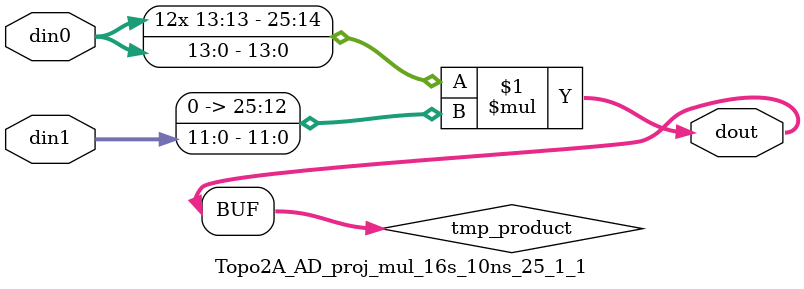
<source format=v>

`timescale 1 ns / 1 ps

 module Topo2A_AD_proj_mul_16s_10ns_25_1_1(din0, din1, dout);
parameter ID = 1;
parameter NUM_STAGE = 0;
parameter din0_WIDTH = 14;
parameter din1_WIDTH = 12;
parameter dout_WIDTH = 26;

input [din0_WIDTH - 1 : 0] din0; 
input [din1_WIDTH - 1 : 0] din1; 
output [dout_WIDTH - 1 : 0] dout;

wire signed [dout_WIDTH - 1 : 0] tmp_product;


























assign tmp_product = $signed(din0) * $signed({1'b0, din1});









assign dout = tmp_product;





















endmodule

</source>
